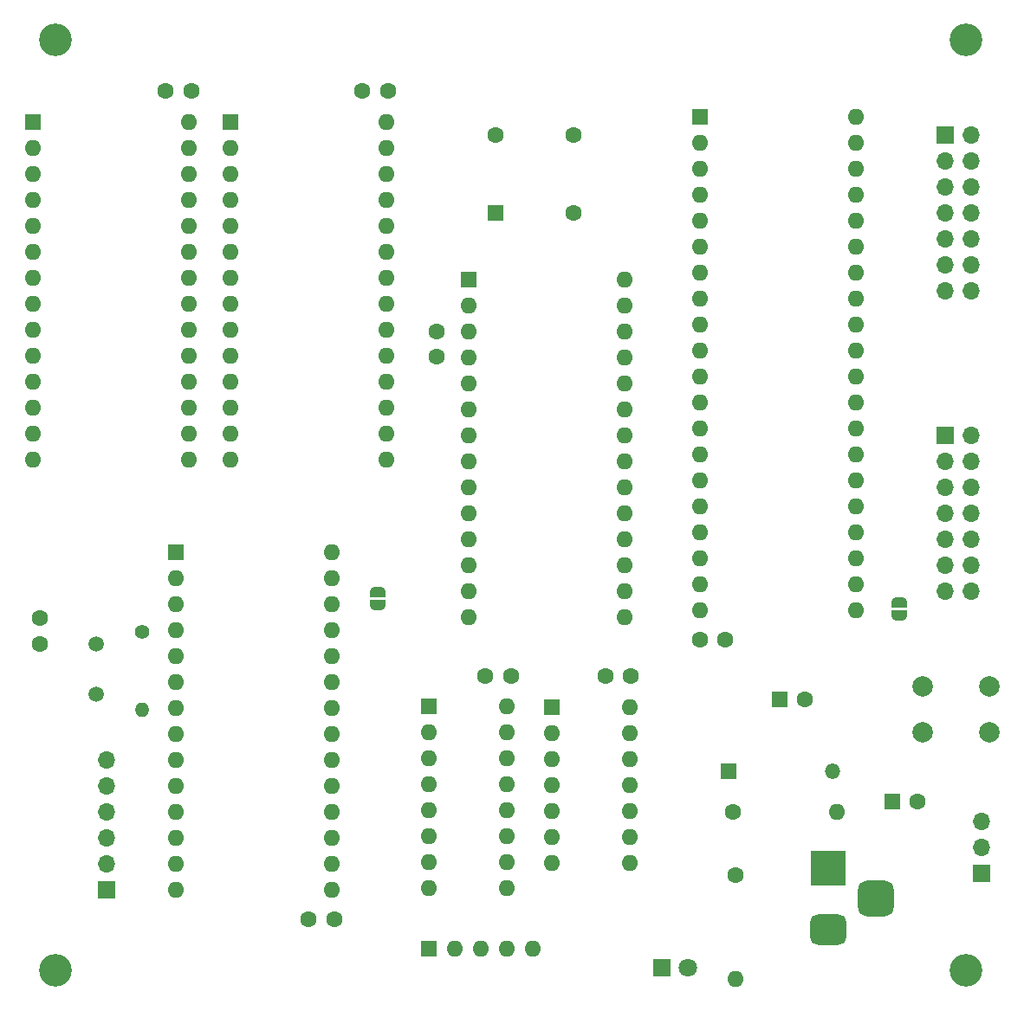
<source format=gbs>
G04 #@! TF.GenerationSoftware,KiCad,Pcbnew,7.0.6-0*
G04 #@! TF.CreationDate,2024-02-24T20:21:30+09:00*
G04 #@! TF.ProjectId,K6504-SBC,4b363530-342d-4534-9243-2e6b69636164,rev?*
G04 #@! TF.SameCoordinates,PX54e0840PY90013c0*
G04 #@! TF.FileFunction,Soldermask,Bot*
G04 #@! TF.FilePolarity,Negative*
%FSLAX46Y46*%
G04 Gerber Fmt 4.6, Leading zero omitted, Abs format (unit mm)*
G04 Created by KiCad (PCBNEW 7.0.6-0) date 2024-02-24 20:21:30*
%MOMM*%
%LPD*%
G01*
G04 APERTURE LIST*
G04 Aperture macros list*
%AMRoundRect*
0 Rectangle with rounded corners*
0 $1 Rounding radius*
0 $2 $3 $4 $5 $6 $7 $8 $9 X,Y pos of 4 corners*
0 Add a 4 corners polygon primitive as box body*
4,1,4,$2,$3,$4,$5,$6,$7,$8,$9,$2,$3,0*
0 Add four circle primitives for the rounded corners*
1,1,$1+$1,$2,$3*
1,1,$1+$1,$4,$5*
1,1,$1+$1,$6,$7*
1,1,$1+$1,$8,$9*
0 Add four rect primitives between the rounded corners*
20,1,$1+$1,$2,$3,$4,$5,0*
20,1,$1+$1,$4,$5,$6,$7,0*
20,1,$1+$1,$6,$7,$8,$9,0*
20,1,$1+$1,$8,$9,$2,$3,0*%
%AMFreePoly0*
4,1,19,0.500000,-0.750000,0.000000,-0.750000,0.000000,-0.744911,-0.071157,-0.744911,-0.207708,-0.704816,-0.327430,-0.627875,-0.420627,-0.520320,-0.479746,-0.390866,-0.500000,-0.250000,-0.500000,0.250000,-0.479746,0.390866,-0.420627,0.520320,-0.327430,0.627875,-0.207708,0.704816,-0.071157,0.744911,0.000000,0.744911,0.000000,0.750000,0.500000,0.750000,0.500000,-0.750000,0.500000,-0.750000,
$1*%
%AMFreePoly1*
4,1,19,0.000000,0.744911,0.071157,0.744911,0.207708,0.704816,0.327430,0.627875,0.420627,0.520320,0.479746,0.390866,0.500000,0.250000,0.500000,-0.250000,0.479746,-0.390866,0.420627,-0.520320,0.327430,-0.627875,0.207708,-0.704816,0.071157,-0.744911,0.000000,-0.744911,0.000000,-0.750000,-0.500000,-0.750000,-0.500000,0.750000,0.000000,0.750000,0.000000,0.744911,0.000000,0.744911,
$1*%
G04 Aperture macros list end*
%ADD10C,3.200000*%
%ADD11R,1.600000X1.600000*%
%ADD12O,1.600000X1.600000*%
%ADD13C,1.600000*%
%ADD14R,1.500000X1.500000*%
%ADD15O,1.500000X1.500000*%
%ADD16R,1.700000X1.700000*%
%ADD17O,1.700000X1.700000*%
%ADD18R,3.500000X3.500000*%
%ADD19RoundRect,0.750000X1.000000X-0.750000X1.000000X0.750000X-1.000000X0.750000X-1.000000X-0.750000X0*%
%ADD20RoundRect,0.875000X0.875000X-0.875000X0.875000X0.875000X-0.875000X0.875000X-0.875000X-0.875000X0*%
%ADD21R,1.800000X1.800000*%
%ADD22C,1.800000*%
%ADD23C,2.000000*%
%ADD24C,1.400000*%
%ADD25O,1.400000X1.400000*%
%ADD26C,1.500000*%
%ADD27FreePoly0,270.000000*%
%ADD28FreePoly1,270.000000*%
%ADD29FreePoly0,90.000000*%
%ADD30FreePoly1,90.000000*%
G04 APERTURE END LIST*
D10*
X5500000Y4500000D03*
D11*
X3260000Y87440000D03*
D12*
X3260000Y84900000D03*
X3260000Y82360000D03*
X3260000Y79820000D03*
X3260000Y77280000D03*
X3260000Y74740000D03*
X3260000Y72200000D03*
X3260000Y69660000D03*
X3260000Y67120000D03*
X3260000Y64580000D03*
X3260000Y62040000D03*
X3260000Y59500000D03*
X3260000Y56960000D03*
X3260000Y54420000D03*
X18500000Y54420000D03*
X18500000Y56960000D03*
X18500000Y59500000D03*
X18500000Y62040000D03*
X18500000Y64580000D03*
X18500000Y67120000D03*
X18500000Y69660000D03*
X18500000Y72200000D03*
X18500000Y74740000D03*
X18500000Y77280000D03*
X18500000Y79820000D03*
X18500000Y82360000D03*
X18500000Y84900000D03*
X18500000Y87440000D03*
D11*
X68485000Y87985000D03*
D12*
X68485000Y85445000D03*
X68485000Y82905000D03*
X68485000Y80365000D03*
X68485000Y77825000D03*
X68485000Y75285000D03*
X68485000Y72745000D03*
X68485000Y70205000D03*
X68485000Y67665000D03*
X68485000Y65125000D03*
X68485000Y62585000D03*
X68485000Y60045000D03*
X68485000Y57505000D03*
X68485000Y54965000D03*
X68485000Y52425000D03*
X68485000Y49885000D03*
X68485000Y47345000D03*
X68485000Y44805000D03*
X68485000Y42265000D03*
X68485000Y39725000D03*
X83725000Y39725000D03*
X83725000Y42265000D03*
X83725000Y44805000D03*
X83725000Y47345000D03*
X83725000Y49885000D03*
X83725000Y52425000D03*
X83725000Y54965000D03*
X83725000Y57505000D03*
X83725000Y60045000D03*
X83725000Y62585000D03*
X83725000Y65125000D03*
X83725000Y67665000D03*
X83725000Y70205000D03*
X83725000Y72745000D03*
X83725000Y75285000D03*
X83725000Y77825000D03*
X83725000Y80365000D03*
X83725000Y82905000D03*
X83725000Y85445000D03*
X83725000Y87985000D03*
D13*
X35500000Y90500000D03*
X38000000Y90500000D03*
D14*
X71320000Y24000000D03*
D15*
X81480000Y24000000D03*
D11*
X87247300Y21000000D03*
D13*
X89747300Y21000000D03*
D11*
X42000000Y30280000D03*
D12*
X42000000Y27740000D03*
X42000000Y25200000D03*
X42000000Y22660000D03*
X42000000Y20120000D03*
X42000000Y17580000D03*
X42000000Y15040000D03*
X42000000Y12500000D03*
X49620000Y12500000D03*
X49620000Y15040000D03*
X49620000Y17580000D03*
X49620000Y20120000D03*
X49620000Y22660000D03*
X49620000Y25200000D03*
X49620000Y27740000D03*
X49620000Y30280000D03*
D16*
X92460000Y56830000D03*
D17*
X95000000Y56830000D03*
X92460000Y54290000D03*
X95000000Y54290000D03*
X92460000Y51750000D03*
X95000000Y51750000D03*
X92460000Y49210000D03*
X95000000Y49210000D03*
X92460000Y46670000D03*
X95000000Y46670000D03*
X92460000Y44130000D03*
X95000000Y44130000D03*
X92460000Y41590000D03*
X95000000Y41590000D03*
D13*
X47500000Y33250000D03*
X50000000Y33250000D03*
D11*
X22560000Y87460000D03*
D12*
X22560000Y84920000D03*
X22560000Y82380000D03*
X22560000Y79840000D03*
X22560000Y77300000D03*
X22560000Y74760000D03*
X22560000Y72220000D03*
X22560000Y69680000D03*
X22560000Y67140000D03*
X22560000Y64600000D03*
X22560000Y62060000D03*
X22560000Y59520000D03*
X22560000Y56980000D03*
X22560000Y54440000D03*
X37800000Y54440000D03*
X37800000Y56980000D03*
X37800000Y59520000D03*
X37800000Y62060000D03*
X37800000Y64600000D03*
X37800000Y67140000D03*
X37800000Y69680000D03*
X37800000Y72220000D03*
X37800000Y74760000D03*
X37800000Y77300000D03*
X37800000Y79840000D03*
X37800000Y82380000D03*
X37800000Y84920000D03*
X37800000Y87460000D03*
D16*
X10500000Y12380000D03*
D17*
X10500000Y14920000D03*
X10500000Y17460000D03*
X10500000Y20000000D03*
X10500000Y22540000D03*
X10500000Y25080000D03*
D13*
X72000000Y13830000D03*
D12*
X72000000Y3670000D03*
D13*
X42750000Y67000000D03*
X42750000Y64500000D03*
X71670000Y20000000D03*
D12*
X81830000Y20000000D03*
D13*
X59250000Y33250000D03*
X61750000Y33250000D03*
D10*
X5500000Y95500000D03*
D13*
X30250000Y9500000D03*
X32750000Y9500000D03*
D16*
X96000000Y13960000D03*
D17*
X96000000Y16500000D03*
X96000000Y19040000D03*
D18*
X81000000Y14500000D03*
D19*
X81000000Y8500000D03*
D20*
X85700000Y11500000D03*
D13*
X16250000Y90500000D03*
X18750000Y90500000D03*
X4000000Y36430000D03*
X4000000Y38930000D03*
D11*
X76250000Y31000000D03*
D13*
X78750000Y31000000D03*
D21*
X64725000Y4750000D03*
D22*
X67265000Y4750000D03*
D10*
X94500000Y4500000D03*
D16*
X92460000Y86160000D03*
D17*
X95000000Y86160000D03*
X92460000Y83620000D03*
X95000000Y83620000D03*
X92460000Y81080000D03*
X95000000Y81080000D03*
X92460000Y78540000D03*
X95000000Y78540000D03*
X92460000Y76000000D03*
X95000000Y76000000D03*
X92460000Y73460000D03*
X95000000Y73460000D03*
X92460000Y70920000D03*
X95000000Y70920000D03*
D23*
X90250000Y32250000D03*
X96750000Y32250000D03*
X90250000Y27750000D03*
X96750000Y27750000D03*
D10*
X94500000Y95500000D03*
D11*
X41980000Y6600000D03*
D12*
X44520000Y6600000D03*
X47060000Y6600000D03*
X49600000Y6600000D03*
X52140000Y6600000D03*
D24*
X14000000Y37620000D03*
D25*
X14000000Y30000000D03*
D11*
X48495000Y78580000D03*
D13*
X56115000Y78580000D03*
X56115000Y86200000D03*
X48495000Y86200000D03*
D26*
X9500000Y36380000D03*
X9500000Y31500000D03*
D13*
X70975000Y36845000D03*
X68475000Y36845000D03*
D11*
X45875000Y72080000D03*
D12*
X45875000Y69540000D03*
X45875000Y67000000D03*
X45875000Y64460000D03*
X45875000Y61920000D03*
X45875000Y59380000D03*
X45875000Y56840000D03*
X45875000Y54300000D03*
X45875000Y51760000D03*
X45875000Y49220000D03*
X45875000Y46680000D03*
X45875000Y44140000D03*
X45875000Y41600000D03*
X45875000Y39060000D03*
X61115000Y39060000D03*
X61115000Y41600000D03*
X61115000Y44140000D03*
X61115000Y46680000D03*
X61115000Y49220000D03*
X61115000Y51760000D03*
X61115000Y54300000D03*
X61115000Y56840000D03*
X61115000Y59380000D03*
X61115000Y61920000D03*
X61115000Y64460000D03*
X61115000Y67000000D03*
X61115000Y69540000D03*
X61115000Y72080000D03*
D11*
X54000000Y30240000D03*
D12*
X54000000Y27700000D03*
X54000000Y25160000D03*
X54000000Y22620000D03*
X54000000Y20080000D03*
X54000000Y17540000D03*
X54000000Y15000000D03*
X61620000Y15000000D03*
X61620000Y17540000D03*
X61620000Y20080000D03*
X61620000Y22620000D03*
X61620000Y25160000D03*
X61620000Y27700000D03*
X61620000Y30240000D03*
D11*
X17260000Y45360000D03*
D12*
X17260000Y42820000D03*
X17260000Y40280000D03*
X17260000Y37740000D03*
X17260000Y35200000D03*
X17260000Y32660000D03*
X17260000Y30120000D03*
X17260000Y27580000D03*
X17260000Y25040000D03*
X17260000Y22500000D03*
X17260000Y19960000D03*
X17260000Y17420000D03*
X17260000Y14880000D03*
X17260000Y12340000D03*
X32500000Y12340000D03*
X32500000Y14880000D03*
X32500000Y17420000D03*
X32500000Y19960000D03*
X32500000Y22500000D03*
X32500000Y25040000D03*
X32500000Y27580000D03*
X32500000Y30120000D03*
X32500000Y32660000D03*
X32500000Y35200000D03*
X32500000Y37740000D03*
X32500000Y40280000D03*
X32500000Y42820000D03*
X32500000Y45360000D03*
D27*
X88000000Y40500000D03*
D28*
X88000000Y39200000D03*
D29*
X37000000Y40200000D03*
D30*
X37000000Y41500000D03*
M02*

</source>
